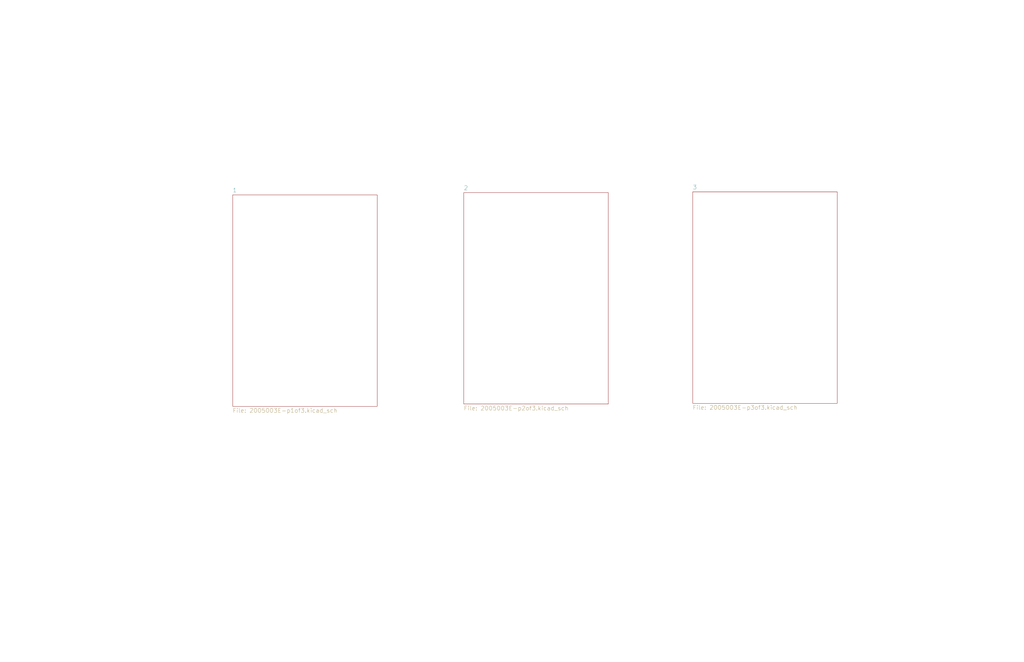
<source format=kicad_sch>
(kicad_sch (version 20211123) (generator eeschema)
  (paper "D")
  (lib_symbols)
  (sheet (at 196.215 164.465) (size 121.92 178.435)
    (property "Sheet name" "1" (at 196.215 162.6104 0) (effects (font (size 3.556 3.556)) (justify left bottom)))
    (property "Sheet file" "2005003E-p1of3.kicad_sch" (at 196.215 344.399 0) (effects (font (size 3.556 3.556)) (justify left top)))
  )
  (sheet (at 391.16 162.56) (size 121.92 178.435)
    (property "Sheet name" "2" (at 391.16 160.7054 0) (effects (font (size 3.556 3.556)) (justify left bottom)))
    (property "Sheet file" "2005003E-p2of3.kicad_sch" (at 391.16 342.494 0) (effects (font (size 3.556 3.556)) (justify left top)))
  )
  (sheet (at 584.2 161.925) (size 121.92 178.435)
    (property "Sheet name" "3" (at 584.2 160.0704 0) (effects (font (size 3.556 3.556)) (justify left bottom)))
    (property "Sheet file" "2005003E-p3of3.kicad_sch" (at 584.2 341.859 0) (effects (font (size 3.556 3.556)) (justify left top)))
  )
)
</source>
